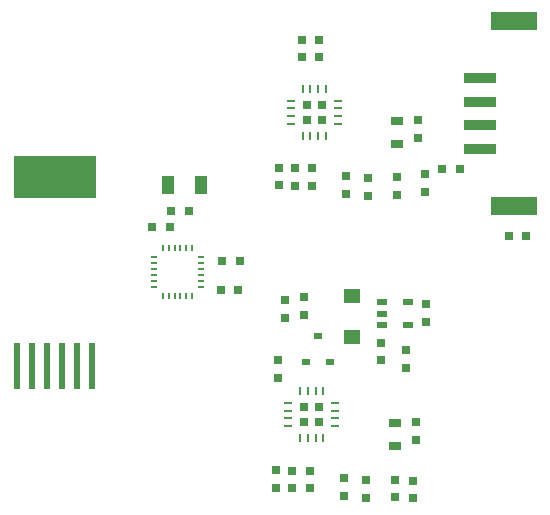
<source format=gtp>
G04 #@! TF.FileFunction,Paste,Top*
%FSLAX46Y46*%
G04 Gerber Fmt 4.6, Leading zero omitted, Abs format (unit mm)*
G04 Created by KiCad (PCBNEW 4.0.3+e1-6302~38~ubuntu14.04.1-stable) date Sun Sep  4 16:46:07 2016*
%MOMM*%
%LPD*%
G01*
G04 APERTURE LIST*
%ADD10C,0.150000*%
%ADD11R,4.000000X1.600000*%
%ADD12R,2.712000X0.896000*%
%ADD13R,0.800608X0.719328*%
%ADD14R,0.719328X0.800608*%
%ADD15R,1.117600X0.711200*%
%ADD16R,0.640000X0.280000*%
%ADD17R,0.280000X0.640000*%
%ADD18R,0.750000X0.750000*%
%ADD19R,0.800000X0.560000*%
%ADD20R,0.848000X0.520000*%
%ADD21R,1.344000X1.216000*%
%ADD22R,0.608000X4.000000*%
%ADD23R,7.040000X3.600000*%
%ADD24R,1.000000X1.600000*%
%ADD25O,0.199136X0.640080*%
%ADD26O,0.640080X0.199136*%
G04 APERTURE END LIST*
D10*
D11*
X181900000Y-58800000D03*
X181900000Y-74400000D03*
D12*
X179000000Y-63600000D03*
X179000000Y-69600000D03*
X179000000Y-67600000D03*
X179000000Y-65600000D03*
D13*
X164800000Y-71248160D03*
X164800000Y-72751840D03*
X169550000Y-72048160D03*
X169550000Y-73551840D03*
X165400000Y-60348160D03*
X165400000Y-61851840D03*
X173800000Y-68651840D03*
X173800000Y-67148160D03*
X164000000Y-60348160D03*
X164000000Y-61851840D03*
X162000000Y-72701840D03*
X162000000Y-71198160D03*
X172000000Y-73501840D03*
X172000000Y-71998160D03*
X174400000Y-73251840D03*
X174400000Y-71748160D03*
X163350000Y-72751840D03*
X163350000Y-71248160D03*
X167700000Y-73401840D03*
X167700000Y-71898160D03*
D14*
X181448160Y-77000000D03*
X182951840Y-77000000D03*
D15*
X172000000Y-67247500D03*
X172000000Y-69152500D03*
D14*
X175848160Y-71300000D03*
X177351840Y-71300000D03*
D16*
X163000000Y-65525000D03*
X163000000Y-66175000D03*
X163000000Y-66825000D03*
X163000000Y-67475000D03*
D17*
X164025000Y-68500000D03*
X164675000Y-68500000D03*
X165325000Y-68500000D03*
X165975000Y-68500000D03*
D16*
X167000000Y-67475000D03*
X167000000Y-66825000D03*
X167000000Y-66175000D03*
X167000000Y-65525000D03*
D17*
X165975000Y-64500000D03*
X165325000Y-64500000D03*
X164675000Y-64500000D03*
X164025000Y-64500000D03*
D18*
X165625000Y-67125000D03*
X165625000Y-65875000D03*
X164375000Y-67125000D03*
X164375000Y-65875000D03*
D13*
X164600000Y-96848160D03*
X164600000Y-98351840D03*
X169350000Y-97648160D03*
X169350000Y-99151840D03*
X161950000Y-87498160D03*
X161950000Y-89001840D03*
X173600000Y-94251840D03*
X173600000Y-92748160D03*
X172800000Y-86648160D03*
X172800000Y-88151840D03*
X161800000Y-98301840D03*
X161800000Y-96798160D03*
X171800000Y-99101840D03*
X171800000Y-97598160D03*
X173400000Y-99201840D03*
X173400000Y-97698160D03*
X163150000Y-98351840D03*
X163150000Y-96848160D03*
X167500000Y-99001840D03*
X167500000Y-97498160D03*
X170650000Y-85998160D03*
X170650000Y-87501840D03*
D15*
X171800000Y-92847500D03*
X171800000Y-94752500D03*
D13*
X174450000Y-84251840D03*
X174450000Y-82748160D03*
D16*
X162800000Y-91125000D03*
X162800000Y-91775000D03*
X162800000Y-92425000D03*
X162800000Y-93075000D03*
D17*
X163825000Y-94100000D03*
X164475000Y-94100000D03*
X165125000Y-94100000D03*
X165775000Y-94100000D03*
D16*
X166800000Y-93075000D03*
X166800000Y-92425000D03*
X166800000Y-91775000D03*
X166800000Y-91125000D03*
D17*
X165775000Y-90100000D03*
X165125000Y-90100000D03*
X164475000Y-90100000D03*
X163825000Y-90100000D03*
D18*
X165425000Y-92725000D03*
X165425000Y-91475000D03*
X164175000Y-92725000D03*
X164175000Y-91475000D03*
D13*
X164100000Y-82148160D03*
X164100000Y-83651840D03*
X162550000Y-82398160D03*
X162550000Y-83901840D03*
D19*
X166300000Y-87650000D03*
X164300000Y-87650000D03*
X165300000Y-85450000D03*
D20*
X170750000Y-82600000D03*
X170750000Y-83550000D03*
X170750000Y-84500000D03*
X172950000Y-84500000D03*
X172950000Y-82600000D03*
D21*
X168200000Y-82100000D03*
X168200000Y-85500000D03*
D22*
X139850000Y-88025000D03*
X142390000Y-88025000D03*
X144930000Y-88025000D03*
X143660000Y-88025000D03*
X146200000Y-88025000D03*
X141120000Y-88025000D03*
D23*
X143025000Y-71975000D03*
D14*
X158576840Y-81525000D03*
X157073160Y-81525000D03*
X152776840Y-76225000D03*
X151273160Y-76225000D03*
X158676840Y-79125000D03*
X157173160Y-79125000D03*
D24*
X155400000Y-72625000D03*
X152650000Y-72625000D03*
D14*
X152873160Y-74825000D03*
X154376840Y-74825000D03*
D25*
X152175320Y-82023980D03*
X152675700Y-82023980D03*
X153176080Y-82023980D03*
X153673920Y-82023980D03*
X154174300Y-82023980D03*
X154674680Y-82023980D03*
D26*
X155423980Y-81274680D03*
X155423980Y-80774300D03*
X155423980Y-80273920D03*
X155423980Y-79776080D03*
X155423980Y-79275700D03*
X155423980Y-78775320D03*
D25*
X154674680Y-78026020D03*
X154174300Y-78026020D03*
X153673920Y-78026020D03*
X153176080Y-78026020D03*
X152675700Y-78026020D03*
X152175320Y-78026020D03*
D26*
X151426020Y-78775320D03*
X151426020Y-79275700D03*
X151426020Y-79776080D03*
X151426020Y-80273920D03*
X151426020Y-80774300D03*
X151426020Y-81274680D03*
M02*

</source>
